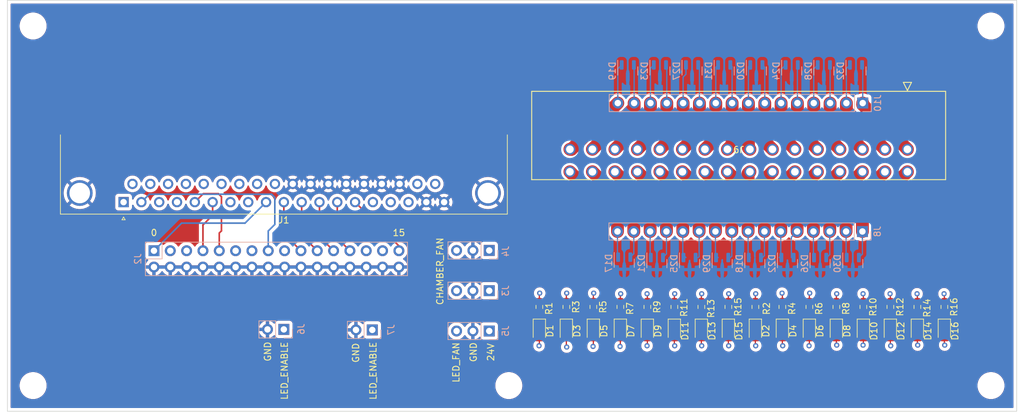
<source format=kicad_pcb>
(kicad_pcb (version 20211014) (generator pcbnew)
  (layers (0 "F.Cu" signal) (1 "In1.Cu" signal) (2 "In2.Cu" signal) (31 "B.Cu" signal) (34 "B.Paste" user) (35 "F.Paste" user) (36 "B.SilkS" user "B.Silkscreen") (37 "F.SilkS" user "F.Silkscreen") (38 "B.Mask" user) (39 "F.Mask" user) (44 "Edge.Cuts" user))
  (net 0 "")
  (net 1 "Net-(D1-Pad1)")
  (net 2 "/LED15+")
  (net 3 "Net-(D2-Pad1)")
  (net 4 "/LED7+")
  (net 5 "Net-(D3-Pad1)")
  (net 6 "/LED14+")
  (net 7 "Net-(D4-Pad1)")
  (net 8 "/LED6+")
  (net 9 "Net-(D5-Pad1)")
  (net 10 "/LED13+")
  (net 11 "Net-(D6-Pad1)")
  (net 12 "/LED5+")
  (net 13 "Net-(D7-Pad1)")
  (net 14 "/LED12+")
  (net 15 "Net-(D8-Pad1)")
  (net 16 "/LED4+")
  (net 17 "Net-(D9-Pad1)")
  (net 18 "/LED11+")
  (net 19 "Net-(D10-Pad1)")
  (net 20 "/LED3+")
  (net 21 "Net-(D11-Pad1)")
  (net 22 "/LED10+")
  (net 23 "Net-(D12-Pad1)")
  (net 24 "/LED2+")
  (net 25 "Net-(D13-Pad1)")
  (net 26 "/LED9+")
  (net 27 "Net-(D14-Pad1)")
  (net 28 "/LED1+")
  (net 29 "Net-(D15-Pad1)")
  (net 30 "/LED8+")
  (net 31 "Net-(D16-Pad1)")
  (net 32 "/LED0+")
  (net 33 "GND")
  (net 34 "/TEMP_LED8")
  (net 35 "/TEMP_LED7")
  (net 36 "/TEMP_LED6")
  (net 37 "/TEMP_LED5")
  (net 38 "/TEMP_LED4")
  (net 39 "/TEMP_LED3")
  (net 40 "/TEMP_LED2")
  (net 41 "/TEMP_LED1")
  (net 42 "/TEMP_LED0")
  (net 43 "/TEMP_LED9")
  (net 44 "/TEMP_LED10")
  (net 45 "/TEMP_LED11")
  (net 46 "/TEMP_LED12")
  (net 47 "/TEMP_LED15")
  (net 48 "/TEMP_LED14")
  (net 49 "/TEMP_LED13")
  (net 50 "/LED_ENABLE")
  (net 51 "+24V")
  (net 52 "/LED_FAN")
  (net 53 "/CHAMBER_FAN")
  (net 54 "/LED0-")
  (net 55 "/LED1-")
  (net 56 "/LED2-")
  (net 57 "/LED3-")
  (net 58 "/LED4-")
  (net 59 "/LED5-")
  (net 60 "/LED6-")
  (net 61 "/LED7-")
  (net 62 "/LED8-")
  (net 63 "/LED9-")
  (net 64 "/LED10-")
  (net 65 "/LED11-")
  (net 66 "/LED12-")
  (net 67 "/LED13-")
  (net 68 "/LED14-")
  (net 69 "/LED15-")
  (footprint "Resistor_SMD:R_0603_1608Metric_Pad0.98x0.95mm_HandSolder" (layer "F.Cu") (at 244.75 62.75 90)
    (fp_text reference "R16")
    (fp_text value "1k")
  )
  (footprint "LED_SMD:LED_0805_2012Metric_Pad1.15x1.40mm_HandSolder" (layer "F.Cu") (at 185.95 66.5 -90)
    (fp_text reference "D3")
    (fp_text value "LED")
  )
  (footprint "Resistor_SMD:R_0603_1608Metric_Pad0.98x0.95mm_HandSolder" (layer "F.Cu") (at 206.95 62.75 90)
    (fp_text reference "R13")
    (fp_text value "1k")
  )
  (footprint "LED_SMD:LED_0805_2012Metric_Pad1.15x1.40mm_HandSolder" (layer "F.Cu") (at 181.75 66.5 -90)
    (fp_text reference "D1")
    (fp_text value "LED")
  )
  (footprint "MountingHole:MountingHole_3.2mm_M3" (layer "F.Cu") (at 103 75)
    (fp_text reference "H4" hide)
    (fp_text value "MountingHole")
  )
  (footprint "custom_lib:CONN_713-1436&slash_037-000_WAG" (layer "F.Cu") (at 239 38.2 180)
    (fp_text reference "J9")
    (fp_text value "LEDs")
  )
  (footprint "Resistor_SMD:R_0603_1608Metric_Pad0.98x0.95mm_HandSolder" (layer "F.Cu") (at 219.55 62.75 90)
    (fp_text reference "R4")
    (fp_text value "1k")
  )
  (footprint "LED_SMD:LED_0805_2012Metric_Pad1.15x1.40mm_HandSolder" (layer "F.Cu") (at 194.35 66.5 -90)
    (fp_text reference "D7")
    (fp_text value "LED")
  )
  (footprint "LED_SMD:LED_0805_2012Metric_Pad1.15x1.40mm_HandSolder" (layer "F.Cu") (at 219.55 66.5 -90)
    (fp_text reference "D4")
    (fp_text value "LED")
  )
  (footprint "Resistor_SMD:R_0603_1608Metric_Pad0.98x0.95mm_HandSolder" (layer "F.Cu") (at 198.55 62.75 90)
    (fp_text reference "R9")
    (fp_text value "1k")
  )
  (footprint "LED_SMD:LED_0805_2012Metric_Pad1.15x1.40mm_HandSolder" (layer "F.Cu") (at 240.55 66.5 -90)
    (fp_text reference "D14")
    (fp_text value "LED")
  )
  (footprint "Resistor_SMD:R_0603_1608Metric_Pad0.98x0.95mm_HandSolder" (layer "F.Cu") (at 240.55 62.75 90)
    (fp_text reference "R14")
    (fp_text value "1k")
  )
  (footprint "LED_SMD:LED_0805_2012Metric_Pad1.15x1.40mm_HandSolder" (layer "F.Cu") (at 215.35 66.5 -90)
    (fp_text reference "D2")
    (fp_text value "LED")
  )
  (footprint "MountingHole:MountingHole_3.2mm_M3" (layer "F.Cu") (at 252 75)
    (fp_text reference "H5" hide)
    (fp_text value "MountingHole")
  )
  (footprint "LED_SMD:LED_0805_2012Metric_Pad1.15x1.40mm_HandSolder" (layer "F.Cu") (at 190.15 66.5 -90)
    (fp_text reference "D5")
    (fp_text value "LED")
  )
  (footprint "Resistor_SMD:R_0603_1608Metric_Pad0.98x0.95mm_HandSolder" (layer "F.Cu") (at 223.75 62.75 90)
    (fp_text reference "R6")
    (fp_text value "1k")
  )
  (footprint "Resistor_SMD:R_0603_1608Metric_Pad0.98x0.95mm_HandSolder" (layer "F.Cu") (at 181.75 62.75 90)
    (fp_text reference "R1")
    (fp_text value "1k")
  )
  (footprint "LED_SMD:LED_0805_2012Metric_Pad1.15x1.40mm_HandSolder" (layer "F.Cu") (at 202.75 66.5 -90)
    (fp_text reference "D11")
    (fp_text value "LED")
  )
  (footprint "LED_SMD:LED_0805_2012Metric_Pad1.15x1.40mm_HandSolder" (layer "F.Cu") (at 198.55 66.5 -90)
    (fp_text reference "D9")
    (fp_text value "LED")
  )
  (footprint "Resistor_SMD:R_0603_1608Metric_Pad0.98x0.95mm_HandSolder" (layer "F.Cu") (at 232.15 62.75 90)
    (fp_text reference "R10")
    (fp_text value "1k")
  )
  (footprint "Connector_Dsub:DSUB-37_Female_Horizontal_P2.77x2.84mm_EdgePinOffset7.70mm_Housed_MountingHolesOffset9.12mm" (layer "F.Cu") (at 117.075 46.430331 180)
    (fp_text reference "J1")
    (fp_text value "Chamber_Control")
  )
  (footprint "MountingHole:MountingHole_3.2mm_M3" (layer "F.Cu") (at 252 19)
    (fp_text reference "H1" hide)
    (fp_text value "MountingHole")
  )
  (footprint "LED_SMD:LED_0805_2012Metric_Pad1.15x1.40mm_HandSolder" (layer "F.Cu") (at 227.95 66.5 -90)
    (fp_text reference "D8")
    (fp_text value "LED")
  )
  (footprint "MountingHole:MountingHole_3.2mm_M3" (layer "F.Cu") (at 103 19)
    (fp_text reference "H3" hide)
    (fp_text value "MountingHole")
  )
  (footprint "LED_SMD:LED_0805_2012Metric_Pad1.15x1.40mm_HandSolder" (layer "F.Cu") (at 232.15 66.5 -90)
    (fp_text reference "D10")
    (fp_text value "LED")
  )
  (footprint "Resistor_SMD:R_0603_1608Metric_Pad0.98x0.95mm_HandSolder" (layer "F.Cu") (at 194.35 62.75 90)
    (fp_text reference "R7")
    (fp_text value "1k")
  )
  (footprint "Resistor_SMD:R_0603_1608Metric_Pad0.98x0.95mm_HandSolder" (layer "F.Cu") (at 190.15 62.75 90)
    (fp_text reference "R5")
    (fp_text value "1k")
  )
  (footprint "Resistor_SMD:R_0603_1608Metric_Pad0.98x0.95mm_HandSolder" (layer "F.Cu") (at 236.35 62.75 90)
    (fp_text reference "R12")
    (fp_text value "1k")
  )
  (footprint "MountingHole:MountingHole_3.2mm_M3" (layer "F.Cu") (at 177 75)
    (fp_text reference "H2" hide)
    (fp_text value "MountingHole")
  )
  (footprint "Resistor_SMD:R_0603_1608Metric_Pad0.98x0.95mm_HandSolder" (layer "F.Cu") (at 202.75 62.75 90)
    (fp_text reference "R11")
    (fp_text value "1k")
  )
  (footprint "Resistor_SMD:R_0603_1608Metric_Pad0.98x0.95mm_HandSolder" (layer "F.Cu") (at 211.15 62.75 90)
    (fp_text reference "R15")
    (fp_text value "1k")
  )
  (footprint "LED_SMD:LED_0805_2012Metric_Pad1.15x1.40mm_HandSolder" (layer "F.Cu") (at 211.15 66.5 -90)
    (fp_text reference "D15")
    (fp_text value "LED")
  )
  (footprint "LED_SMD:LED_0805_2012Metric_Pad1.15x1.40mm_HandSolder" (layer "F.Cu") (at 244.75 66.5 -90)
    (fp_text reference "D16")
    (fp_text value "LED")
  )
  (footprint "Resistor_SMD:R_0603_1608Metric_Pad0.98x0.95mm_HandSolder" (layer "F.Cu") (at 215.35 62.75 90)
    (fp_text reference "R2")
    (fp_text value "1k")
  )
  (footprint "Resistor_SMD:R_0603_1608Metric_Pad0.98x0.95mm_HandSolder" (layer "F.Cu") (at 227.95 62.75 90)
    (fp_text reference "R8")
    (fp_text value "1k")
  )
  (footprint "Resistor_SMD:R_0603_1608Metric_Pad0.98x0.95mm_HandSolder" (layer "F.Cu") (at 185.95 62.75 90)
    (fp_text reference "R3")
    (fp_text value "1k")
  )
  (footprint "LED_SMD:LED_0805_2012Metric_Pad1.15x1.40mm_HandSolder" (layer "F.Cu") (at 206.95 66.5 -90)
    (fp_text reference "D13")
    (fp_text value "LED")
  )
  (footprint "LED_SMD:LED_0805_2012Metric_Pad1.15x1.40mm_HandSolder" (layer "F.Cu") (at 236.35 66.5 -90)
    (fp_text reference "D12")
    (fp_text value "LED")
  )
  (footprint "LED_SMD:LED_0805_2012Metric_Pad1.15x1.40mm_HandSolder" (layer "F.Cu") (at 223.75 66.5 -90)
    (fp_text reference "D6")
    (fp_text value "LED")
  )
  (footprint "Package_TO_SOT_SMD:SOT-23" (layer "B.Cu") (at 210.5 26 -90)
    (fp_text reference "D31")
    (fp_text value "VESD16A2")
  )
  (footprint "Package_TO_SOT_SMD:SOT-23" (layer "B.Cu") (at 195.5 26 -90)
    (fp_text reference "D19")
    (fp_text value "VESD16A2")
  )
  (footprint "Connector_PinHeader_2.54mm:PinHeader_1x03_P2.54mm_Vertical" (layer "B.Cu") (at 173.9525 66.5 90)
    (fp_text reference "J5")
    (fp_text value "LED_FAN")
  )
  (footprint "Package_TO_SOT_SMD:SOT-23" (layer "B.Cu") (at 230.5 56 -90)
    (fp_text reference "D30")
    (fp_text value "VESD16A2")
  )
  (footprint "Package_TO_SOT_SMD:SOT-23" (layer "B.Cu") (at 210.185713 56 -90)
    (fp_text reference "D29")
    (fp_text value "VESD16A2")
  )
  (footprint "Connector_PinHeader_2.54mm:PinHeader_1x02_P2.54mm_Vertical" (layer "B.Cu") (at 142 66.25 90)
    (fp_text reference "J6")
    (fp_text value "LED_ENABLE")
  )
  (footprint "Connector_PinHeader_2.54mm:PinHeader_1x03_P2.54mm_Vertical" (layer "B.Cu") (at 173.9525 53.9525 90)
    (fp_text reference "J4")
    (fp_text value "CHAMBER_FAN_1")
  )
  (footprint "Package_TO_SOT_SMD:SOT-23" (layer "B.Cu") (at 226 26 -90)
    (fp_text reference "D28")
    (fp_text value "VESD16A2")
  )
  (footprint "Package_TO_SOT_SMD:SOT-23" (layer "B.Cu") (at 220.342855 56 -90)
    (fp_text reference "D22")
    (fp_text value "VESD16A2")
  )
  (footprint "Package_TO_SOT_SMD:SOT-23" (layer "B.Cu") (at 231 26 -90)
    (fp_text reference "D32")
    (fp_text value "VESD16A2")
  )
  (footprint "Package_TO_SOT_SMD:SOT-23" (layer "B.Cu") (at 200.028571 56 -90)
    (fp_text reference "D21")
    (fp_text value "VESD16A2")
  )
  (footprint "Package_TO_SOT_SMD:SOT-23" (layer "B.Cu") (at 215.5 26 -90)
    (fp_text reference "D20")
    (fp_text value "VESD16A2")
  )
  (footprint "Package_TO_SOT_SMD:SOT-23" (layer "B.Cu") (at 200.5 26 -90)
    (fp_text reference "D23")
    (fp_text value "VESD16A2")
  )
  (footprint "Connector_PinHeader_2.54mm:PinHeader_1x16_P2.54mm_Vertical" (layer "B.Cu") (at 232.05 31 90)
    (fp_text reference "J10")
    (fp_text value "LEDs_1")
  )
  (footprint "Package_TO_SOT_SMD:SOT-23" (layer "B.Cu") (at 205.107142 56 -90)
    (fp_text reference "D25")
    (fp_text value "VESD16A2")
  )
  (footprint "Package_TO_SOT_SMD:SOT-23" (layer "B.Cu") (at 225.421426 56 -90)
    (fp_text reference "D26")
    (fp_text value "VESD16A2")
  )
  (footprint "Package_TO_SOT_SMD:SOT-23" (layer "B.Cu") (at 215.264284 56 -90)
    (fp_text reference "D18")
    (fp_text value "VESD16A2")
  )
  (footprint "Connector_PinHeader_2.54mm:PinHeader_1x02_P2.54mm_Vertical" (layer "B.Cu") (at 155.76 66.33 90)
    (fp_text reference "J7")
    (fp_text value "LED_ENABLE")
  )
  (footprint "Connector_PinHeader_2.54mm:PinHeader_1x03_P2.54mm_Vertical" (layer "B.Cu") (at 173.9525 60.22625 90)
    (fp_text reference "J3")
    (fp_text value "CHAMBER_FAN_0")
  )
  (footprint "Connector_PinHeader_2.54mm:PinHeader_2x16_P2.54mm_Vertical" (layer "B.Cu") (at 121.8 54 -90)
    (fp_text reference "J2")
    (fp_text value "TEMP_LEDS")
  )
  (footprint "Package_TO_SOT_SMD:SOT-23" (layer "B.Cu") (at 194.95 55.9375 -90)
    (fp_text reference "D17")
    (fp_text value "VESD16A2")
  )
  (footprint "Connector_PinHeader_2.54mm:PinHeader_1x16_P2.54mm_Vertical" (layer "B.Cu") (at 232 51 90)
    (fp_text reference "J8")
    (fp_text value "LEDs_0")
  )
  (footprint "Package_TO_SOT_SMD:SOT-23" (layer "B.Cu") (at 205.5 26 -90)
    (fp_text reference "D27")
    (fp_text value "VESD16A2")
  )
  (footprint "Package_TO_SOT_SMD:SOT-23" (layer "B.Cu") (at 221 26 -90)
    (fp_text reference "D24")
    (fp_text value "VESD16A2")
  )
  (gr_rect (start 99 15) (end 256 79) (layer "Edge.Cuts") (width 0.1) (fill none))
  (gr_text "24V" (at 174.2 69.8 90) (layer "F.SilkS") (effects (font (size 1 1))))
  (gr_text "LED_FAN" (at 168.8 71.4 90) (layer "F.SilkS") (effects (font (size 1 1))))
  (gr_text "GND" (at 139.5 69.7 90) (layer "F.SilkS") (effects (font (size 1 1))))
  (gr_text "CHAMBER_FAN" (at 166.3 57.2 90) (layer "F.SilkS") (effects (font (size 1 1))))
  (gr_text "GND" (at 171.5 69.8 90) (layer "F.SilkS") (effects (font (size 1 1))))
  (gr_text "GND" (at 153.2 69.9 90) (layer "F.SilkS") (effects (font (size 1 1))))
  (gr_text "LED_ENABLE" (at 155.9 72.7 90) (layer "F.SilkS") (effects (font (size 1 1))))
  (gr_text "LED_ENABLE" (at 142.1 72.7 90) (layer "F.SilkS") (effects (font (size 1 1))))
  (gr_text "0" (at 121.8 51.2) (layer "F.SilkS") (effects (font (size 1 1))))
  (gr_text "15" (at 159.9 51.2) (layer "F.SilkS") (effects (font (size 1 1))))
  (segment (start 181.75 63.6625) (end 181.75 65.475) (width 0.25) (layer "F.Cu") (net 1))
  (segment (start 181.75 67.525) (end 181.75 68.75) (width 0.2) (layer "F.Cu") (net 2))
  (segment (start 193.9 51) (end 193.9 49.100011) (width 2) (layer "F.Cu") (net 2))
  (segment (start 181.75 68.75) (end 181.7 68.8) (width 0.2) (layer "F.Cu") (net 2))
  (segment (start 193.9 49.100011) (end 186.49999 41.700001) (width 2) (layer "F.Cu") (net 2))
  (via (at 181.7 68.8) (size 0.8) (drill 0.4) (layers "F.Cu" "B.Cu") (net 2))
  (segment (start 193.9 54.9) (end 193.9 51) (width 0.2) (layer "B.Cu") (net 2))
  (segment (start 194 55) (end 193.9 54.9) (width 0.2) (layer "B.Cu") (net 2))
  (segment (start 215.35 63.6625) (end 215.35 65.475) (width 0.25) (layer "F.Cu") (net 3))
  (segment (start 215.35 68.75) (end 215.4 68.8) (width 0.2) (layer "F.Cu") (net 4))
  (segment (start 215.35 67.525) (end 215.35 68.75) (width 0.2) (layer "F.Cu") (net 4))
  (segment (start 186.75 38.2) (end 193.95 31) (width 2) (layer "F.Cu") (net 4))
  (segment (start 186.49999 38.2) (end 186.75 38.2) (width 2) (layer "F.Cu") (net 4))
  (via (at 215.4 68.8) (size 0.8) (drill 0.4) (layers "F.Cu" "B.Cu") (net 4))
  (segment (start 193.95 31) (end 193.95 25.6625) (width 0.2) (layer "B.Cu") (net 4))
  (segment (start 193.95 25.6625) (end 194.55 25.0625) (width 0.2) (layer "B.Cu") (net 4))
  (segment (start 185.95 63.6625) (end 185.95 65.475) (width 0.25) (layer "F.Cu") (net 5))
  (segment (start 198.98 47.18001) (end 193.499991 41.700001) (width 2) (layer "F.Cu") (net 6))
  (segment (start 198.98 51) (end 198.98 47.18001) (width 2) (layer "F.Cu") (net 6))
  (segment (start 185.95 68.95) (end 186 69) (width 0.2) (layer "F.Cu") (net 6))
  (segment (start 185.95 67.525) (end 185.95 68.95) (width 0.2) (layer "F.Cu") (net 6))
  (via (at 186 69) (size 0.8) (drill 0.4) (layers "F.Cu" "B.Cu") (net 6))
  (segment (start 198.98 54.9925) (end 198.98 51) (width 0.2) (layer "B.Cu") (net 6))
  (segment (start 199.05 55.0625) (end 198.98 54.9925) (width 0.2) (layer "B.Cu") (net 6))
  (segment (start 219.55 63.6625) (end 219.55 65.475) (width 0.25) (layer "F.Cu") (net 7))
  (segment (start 219.55 68.75) (end 219.6 68.8) (width 0.2) (layer "F.Cu") (net 8))
  (segment (start 199.03 32.669991) (end 193.499991 38.2) (width 2) (layer "F.Cu") (net 8))
  (segment (start 199.03 31) (end 199.03 32.669991) (width 2) (layer "F.Cu") (net 8))
  (segment (start 219.55 67.525) (end 219.55 68.75) (width 0.2) (layer "F.Cu") (net 8))
  (via (at 219.6 68.8) (size 0.8) (drill 0.4) (layers "F.Cu" "B.Cu") (net 8))
  (segment (start 199.03 31) (end 199.03 25.5825) (width 0.2) (layer "B.Cu") (net 8))
  (segment (start 199.03 25.5825) (end 199.55 25.0625) (width 0.2) (layer "B.Cu") (net 8))
  (segment (start 190.15 63.6625) (end 190.15 65.475) (width 0.25) (layer "F.Cu") (net 9))
  (segment (start 204.06 45.260008) (end 200.499993 41.700001) (width 2) (layer "F.Cu") (net 10))
  (segment (start 190.15 67.525) (end 190.15 68.85) (width 0.2) (layer "F.Cu") (net 10))
  (segment (start 190.15 68.85) (end 190.1 68.9) (width 0.2) (layer "F.Cu") (net 10))
  (segment (start 204.06 51) (end 204.06 45.260008) (width 2) (layer "F.Cu") (net 10))
  (via (at 190.1 68.9) (size 0.8) (drill 0.4) (layers "F.Cu" "B.Cu") (net 10))
  (segment (start 204.06 54.5725) (end 204.06 51) (width 0.2) (layer "B.Cu") (net 10))
  (segment (start 204.55 55.0625) (end 204.06 54.5725) (width 0.2) (layer "B.Cu") (net 10))
  (segment (start 223.75 63.6625) (end 223.75 65.475) (width 0.25) (layer "F.Cu") (net 11))
  (segment (start 204.11 34.589993) (end 200.499993 38.2) (width 2) (layer "F.Cu") (net 12))
  (segment (start 204.11 31) (end 204.11 34.589993) (width 2) (layer "F.Cu") (net 12))
  (segment (start 223.75 67.525) (end 223.75 68.75) (width 0.2) (layer "F.Cu") (net 12))
  (segment (start 223.75 68.75) (end 223.7 68.8) (width 0.2) (layer "F.Cu") (net 12))
  (via (at 223.7 68.8) (size 0.8) (drill 0.4) (layers "F.Cu" "B.Cu") (net 12))
  (segment (start 204.11 26.953604) (end 204.55 26.513604) (width 0.2) (layer "B.Cu") (net 12))
  (segment (start 204.55 26.513604) (end 204.55 25.0625) (width 0.2) (layer "B.Cu") (net 12))
  (segment (start 204.11 31) (end 204.11 26.953604) (width 0.2) (layer "B.Cu") (net 12))
  (segment (start 194.35 63.6625) (end 194.35 65.475) (width 0.25) (layer "F.Cu") (net 13))
  (segment (start 209.14 43.340007) (end 207.499994 41.700001) (width 2) (layer "F.Cu") (net 14))
  (segment (start 194.35 68.85) (end 194.3 68.9) (width 0.2) (layer "F.Cu") (net 14))
  (segment (start 209.14 51) (end 209.14 43.340007) (width 2) (layer "F.Cu") (net 14))
  (segment (start 194.35 67.525) (end 194.35 68.85) (width 0.2) (layer "F.Cu") (net 14))
  (via (at 194.3 68.9) (size 0.8) (drill 0.4) (layers "F.Cu" "B.Cu") (net 14))
  (segment (start 209.14 54.6525) (end 209.14 51) (width 0.2) (layer "B.Cu") (net 14))
  (segment (start 209.55 55.0625) (end 209.14 54.6525) (width 0.2) (layer "B.Cu") (net 14))
  (segment (start 227.95 63.6625) (end 227.95 65.475) (width 0.25) (layer "F.Cu") (net 15))
  (segment (start 209.19 31) (end 209.19 36.509994) (width 2) (layer "F.Cu") (net 16))
  (segment (start 209.19 36.509994) (end 207.499994 38.2) (width 2) (layer "F.Cu") (net 16))
  (segment (start 227.95 68.65) (end 228 68.7) (width 0.2) (layer "F.Cu") (net 16))
  (segment (start 227.95 67.525) (end 227.95 68.65) (width 0.2) (layer "F.Cu") (net 16))
  (via (at 228 68.7) (size 0.8) (drill 0.4) (layers "F.Cu" "B.Cu") (net 16))
  (segment (start 209.55 25.0625) (end 209.19 25.4225) (width 0.2) (layer "B.Cu") (net 16))
  (segment (start 209.19 25.4225) (end 209.19 31) (width 0.2) (layer "B.Cu") (net 16))
  (segment (start 198.55 63.6625) (end 198.55 65.475) (width 0.25) (layer "F.Cu") (net 17))
  (segment (start 198.55 67.525) (end 198.55 68.75) (width 0.2) (layer "F.Cu") (net 18))
  (segment (start 214.22 51) (end 214.22 41.979996) (width 2) (layer "F.Cu") (net 18))
  (segment (start 214.22 41.979996) (end 214.499995 41.700001) (width 2) (layer "F.Cu") (net 18))
  (segment (start 198.55 68.75) (end 198.5 68.8) (width 0.2) (layer "F.Cu") (net 18))
  (via (at 198.5 68.8) (size 0.8) (drill 0.4) (layers "F.Cu" "B.Cu") (net 18))
  (segment (start 214.55 55.0625) (end 214.22 54.7325) (width 0.2) (layer "B.Cu") (net 18))
  (segment (start 214.22 54.7325) (end 214.22 51) (width 0.2) (layer "B.Cu") (net 18))
  (segment (start 232.15 63.6625) (end 232.15 65.475) (width 0.25) (layer "F.Cu") (net 19))
  (segment (start 232.15 67.525) (end 232.15 68.65) (width 0.2) (layer "F.Cu") (net 20))
  (segment (start 214.27 37.970005) (end 214.499995 38.2) (width 2) (layer "F.Cu") (net 20))
  (segment (start 214.27 31) (end 214.27 37.970005) (width 2) (layer "F.Cu") (net 20))
  (segment (start 232.15 68.65) (end 232.1 68.7) (width 0.2) (layer "F.Cu") (net 20))
  (via (at 232.1 68.7) (size 0.8) (drill 0.4) (layers "F.Cu" "B.Cu") (net 20))
  (segment (start 214.27 25.3425) (end 214.27 31) (width 0.2) (layer "B.Cu") (net 20))
  (segment (start 214.55 25.0625) (end 214.27 25.3425) (width 0.2) (layer "B.Cu") (net 20))
  (segment (start 202.75 63.6625) (end 202.75 65.475) (width 0.25) (layer "F.Cu") (net 21))
  (segment (start 219.3 51) (end 219.3 43.899997) (width 2) (layer "F.Cu") (net 22))
  (segment (start 219.3 43.899997) (end 221.499996 41.700001) (width 2) (layer "F.Cu") (net 22))
  (segment (start 202.75 68.75) (end 202.8 68.8) (width 0.2) (layer "F.Cu") (net 22))
  (segment (start 202.75 67.525) (end 202.75 68.75) (width 0.2) (layer "F.Cu") (net 22))
  (via (at 202.8 68.8) (size 0.8) (drill 0.4) (layers "F.Cu" "B.Cu") (net 22))
  (segment (start 219.3 54.8125) (end 219.3 51) (width 0.2) (layer "B.Cu") (net 22))
  (segment (start 219.05 55.0625) (end 219.3 54.8125) (width 0.2) (layer "B.Cu") (net 22))
  (segment (start 236.35 63.6625) (end 236.35 65.475) (width 0.25) (layer "F.Cu") (net 23))
  (segment (start 219.35 36.050004) (end 221.499996 38.2) (width 2) (layer "F.Cu") (net 24))
  (segment (start 219.35 31) (end 219.35 36.050004) (width 2) (layer "F.Cu") (net 24))
  (segment (start 236.35 68.75) (end 236.4 68.8) (width 0.2) (layer "F.Cu") (net 24))
  (segment (start 236.35 67.525) (end 236.35 68.75) (width 0.2) (layer "F.Cu") (net 24))
  (via (at 236.4 68.8) (size 0.8) (drill 0.4) (layers "F.Cu" "B.Cu") (net 24))
  (segment (start 219.35 25.7625) (end 219.35 31) (width 0.2) (layer "B.Cu") (net 24))
  (segment (start 220.05 25.0625) (end 219.35 25.7625) (width 0.2) (layer "B.Cu") (net 24))
  (segment (start 206.95 63.6625) (end 206.95 65.475) (width 0.25) (layer "F.Cu") (net 25))
  (segment (start 206.95 67.525) (end 206.95 68.75) (width 0.2) (layer "F.Cu") (net 26))
  (segment (start 206.95 68.75) (end 207 68.8) (width 0.2) (layer "F.Cu") (net 26))
  (segment (start 224.38 51) (end 224.38 45.819999) (width 2) (layer "F.Cu") (net 26))
  (segment (start 224.38 45.819999) (end 228.499998 41.700001) (width 2) (layer "F.Cu") (net 26))
  (via (at 207 68.8) (size 0.8) (drill 0.4) (layers "F.Cu" "B.Cu") (net 26))
  (segment (start 224.38 54.8925) (end 224.38 51) (width 0.2) (layer "B.Cu") (net 26))
  (segment (start 224.55 55.0625) (end 224.38 54.8925) (width 0.2) (layer "B.Cu") (net 26))
  (segment (start 240.55 63.6625) (end 240.55 65.475) (width 0.25) (layer "F.Cu") (net 27))
  (segment (start 224.43 31) (end 224.43 34.130002) (width 2) (layer "F.Cu") (net 28))
  (segment (start 240.55 68.65) (end 240.6 68.7) (width 0.2) (layer "F.Cu") (net 28))
  (segment (start 224.43 34.130002) (end 228.499998 38.2) (width 2) (layer "F.Cu") (net 28))
  (segment (start 240.55 67.525) (end 240.55 68.65) (width 0.2) (layer "F.Cu") (net 28))
  (via (at 240.6 68.7) (size 0.8) (drill 0.4) (layers "F.Cu" "B.Cu") (net 28))
  (segment (start 225.05 25.0625) (end 224.43 25.6825) (width 0.2) (layer "B.Cu") (net 28))
  (segment (start 224.43 25.6825) (end 224.43 31) (width 0.2) (layer "B.Cu") (net 28))
  (segment (start 211.15 63.6625) (end 211.15 65.475) (width 0.25) (layer "F.Cu") (net 29))
  (segment (start 211.15 68.75) (end 211.2 68.8) (width 0.2) (layer "F.Cu") (net 30))
  (segment (start 229.46 51) (end 229.46 47.74) (width 2) (layer "F.Cu") (net 30))
  (segment (start 211.15 67.525) (end 211.15 68.75) (width 0.2) (layer "F.Cu") (net 30))
  (segment (start 229.46 47.74) (end 235.499999 41.700001) (width 2) (layer "F.Cu") (net 30))
  (via (at 211.2 68.8) (size 0.8) (drill 0.4) (layers "F.Cu" "B.Cu") (net 30))
  (segment (start 229.46 54.9725) (end 229.46 51) (width 0.2) (layer "B.Cu") (net 30))
  (segment (start 229.55 55.0625) (end 229.46 54.9725) (width 0.2) (layer "B.Cu") (net 30))
  (segment (start 244.75 63.6625) (end 244.75 65.475) (width 0.25) (layer "F.Cu") (net 31))
  (segment (start 244.75 68.65) (end 244.8 68.7) (width 0.2) (layer "F.Cu") (net 32))
  (segment (start 229.51 32.210001) (end 235.499999 38.2) (width 2) (layer "F.Cu") (net 32))
  (segment (start 229.51 31) (end 229.51 32.210001) (width 2) (layer "F.Cu") (net 32))
  (segment (start 244.75 67.525) (end 244.75 68.65) (width 0.2) (layer "F.Cu") (net 32))
  (via (at 244.8 68.7) (size 0.8) (drill 0.4) (layers "F.Cu" "B.Cu") (net 32))
  (segment (start 230.05 25.0625) (end 229.51 25.6025) (width 0.2) (layer "B.Cu") (net 32))
  (segment (start 229.51 25.6025) (end 229.51 31) (width 0.2) (layer "B.Cu") (net 32))
  (segment (start 139.58 50.92) (end 139.58 54) (width 0.25) (layer "B.Cu") (net 35))
  (segment (start 140.6 45.7) (end 140.6 49.9) (width 0.25) (layer "B.Cu") (net 35))
  (segment (start 121.075331 45.2) (end 140.1 45.2) (width 0.25) (layer "B.Cu") (net 35))
  (segment (start 140.1 45.2) (end 140.6 45.7) (width 0.25) (layer "B.Cu") (net 35))
  (segment (start 119.845 46.430331) (end 121.075331 45.2) (width 0.25) (layer "B.Cu") (net 35))
  (segment (start 140.6 49.9) (end 139.58 50.92) (width 0.25) (layer "B.Cu") (net 35))
  (segment (start 132.3 50.9) (end 131.96 51.24) (width 0.25) (layer "F.Cu") (net 38))
  (segment (start 129.485331 45.1) (end 131.8 45.1) (width 0.25) (layer "F.Cu") (net 38))
  (segment (start 131.8 45.1) (end 132.3 45.6) (width 0.25) (layer "F.Cu") (net 38))
  (segment (start 131.96 51.24) (end 131.96 54) (width 0.25) (layer "F.Cu") (net 38))
  (segment (start 128.155 46.430331) (end 129.485331 45.1) (width 0.25) (layer "F.Cu") (net 38))
  (segment (start 132.3 45.6) (end 132.3 50.9) (width 0.25) (layer "F.Cu") (net 38))
  (segment (start 129.42 49.98) (end 129.42 54) (width 0.25) (layer "F.Cu") (net 39))
  (segment (start 130.925 48.475) (end 129.42 49.98) (width 0.25) (layer "F.Cu") (net 39))
  (segment (start 130.925 46.430331) (end 130.925 48.475) (width 0.25) (layer "F.Cu") (net 39))
  (segment (start 126.1 49.7) (end 135.965331 49.7) (width 0.25) (layer "B.Cu") (net 42))
  (segment (start 121.8 54) (end 126.1 49.7) (width 0.25) (layer "B.Cu") (net 42))
  (segment (start 135.965331 49.7) (end 139.235 46.430331) (width 0.25) (layer "B.Cu") (net 42))
  (segment (start 142.005 46.430331) (end 142.005 51.345) (width 0.25) (layer "F.Cu") (net 43))
  (segment (start 142.005 51.345) (end 144.66 54) (width 0.25) (layer "F.Cu") (net 43))
  (segment (start 144.775 51.575) (end 147.2 54) (width 0.25) (layer "F.Cu") (net 44))
  (segment (start 144.775 46.430331) (end 144.775 51.575) (width 0.25) (layer "F.Cu") (net 44))
  (segment (start 147.545 51.805) (end 149.74 54) (width 0.25) (layer "F.Cu") (net 45))
  (segment (start 147.545 46.430331) (end 147.545 51.805) (width 0.25) (layer "F.Cu") (net 45))
  (segment (start 150.315 46.430331) (end 150.315 52.035) (width 0.25) (layer "F.Cu") (net 46))
  (segment (start 150.315 52.035) (end 152.28 54) (width 0.25) (layer "F.Cu") (net 46))
  (segment (start 159.9 53.245331) (end 159.9 54) (width 0.25) (layer "F.Cu") (net 47))
  (segment (start 153.085 46.430331) (end 159.9 53.245331) (width 0.25) (layer "F.Cu") (net 47))
  (segment (start 244.75 61.8375) (end 244.75 60.75) (width 0.2) (layer "F.Cu") (net 54))
  (segment (start 244.75 60.75) (end 244.7 60.7) (width 0.2) (layer "F.Cu") (net 54))
  (segment (start 232.05 31.250001) (end 238.999999 38.2) (width 2) (layer "F.Cu") (net 54))
  (segment (start 232.05 31) (end 232.05 31.250001) (width 2) (layer "F.Cu") (net 54))
  (via (at 244.7 60.7) (size 0.8) (drill 0.4) (layers "F.Cu" "B.Cu") (net 54))
  (segment (start 232.05 25.1625) (end 232.05 31) (width 0.2) (layer "B.Cu") (net 54))
  (segment (start 231.95 25.0625) (end 232.05 25.1625) (width 0.2) (layer "B.Cu") (net 54))
  (segment (start 240.55 60.75) (end 240.5 60.7) (width 0.2) (layer "F.Cu") (net 55))
  (segment (start 240.55 61.8375) (end 240.55 60.75) (width 0.2) (layer "F.Cu") (net 55))
  (segment (start 226.97 33.170002) (end 231.999998 38.2) (width 2) (layer "F.Cu") (net 55))
  (segment (start 226.97 31) (end 226.97 33.170002) (width 2) (layer "F.Cu") (net 55))
  (via (at 240.5 60.7) (size 0.8) (drill 0.4) (layers "F.Cu" "B.Cu") (net 55))
  (segment (start 226.95 25.0625) (end 226.97 25.0825) (width 0.2) (layer "B.Cu") (net 55))
  (segment (start 226.97 25.0825) (end 226.97 31) (width 0.2) (layer "B.Cu") (net 55))
  (segment (start 221.89 31) (end 221.89 35.090003) (width 2) (layer "F.Cu") (net 56))
  (segment (start 236.35 61.8375) (end 236.35 60.75) (width 0.2) (layer "F.Cu") (net 56))
  (segment (start 221.89 35.090003) (end 224.999997 38.2) (width 2) (layer "F.Cu") (net 56))
  (segment (start 236.35 60.75) (end 236.3 60.7) (width 0.2) (layer "F.Cu") (net 56))
  (via (at 236.3 60.7) (size 0.8) (drill 0.4) (layers "F.Cu" "B.Cu") (net 56))
  (segment (start 221.89 25.1225) (end 221.89 31) (width 0.2) (layer "B.Cu") (net 56))
  (segment (start 221.95 25.0625) (end 221.89 25.1225) (width 0.2) (layer "B.Cu") (net 56))
  (segment (start 232.15 61.8375) (end 232.15 60.75) (width 0.2) (layer "F.Cu") (net 57))
  (segment (start 216.81 31) (end 216.81 37.010004) (width 2) (layer "F.Cu") (net 57))
  (segment (start 232.15 60.75) (end 232.1 60.7) (width 0.2) (layer "F.Cu") (net 57))
  (segment (start 216.81 37.010004) (end 217.999996 38.2) (width 2) (layer "F.Cu") (net 57))
  (via (at 232.1 60.7) (size 0.8) (drill 0.4) (layers "F.Cu" "B.Cu") (net 57))
  (segment (start 216.45 25.0625) (end 216.81 25.4225) (width 0.2) (layer "B.Cu") (net 57))
  (segment (start 216.81 25.4225) (end 216.81 31) (width 0.2) (layer "B.Cu") (net 57))
  (segment (start 227.95 60.75) (end 228 60.7) (width 0.2) (layer "F.Cu") (net 58))
  (segment (start 211.73 37.469994) (end 210.999994 38.2) (width 2) (layer "F.Cu") (net 58))
  (segment (start 227.95 61.8375) (end 227.95 60.75) (width 0.2) (layer "F.Cu") (net 58))
  (segment (start 211.73 31) (end 211.73 37.469994) (width 2) (layer "F.Cu") (net 58))
  (via (at 228 60.7) (size 0.8) (drill 0.4) (layers "F.Cu" "B.Cu") (net 58))
  (segment (start 211.45 25.0625) (end 211.73 25.3425) (width 0.2) (layer "B.Cu") (net 58))
  (segment (start 211.73 25.3425) (end 211.73 31) (width 0.2) (layer "B.Cu") (net 58))
  (segment (start 223.75 60.65) (end 223.8 60.6) (width 0.2) (layer "F.Cu") (net 59))
  (segment (start 206.65 31) (end 206.65 35.549993) (width 2) (layer "F.Cu") (net 59))
  (segment (start 206.65 35.549993) (end 203.999993 38.2) (width 2) (layer "F.Cu") (net 59))
  (segment (start 223.75 61.8375) (end 223.75 60.65) (width 0.2) (layer "F.Cu") (net 59))
  (via (at 223.8 60.6) (size 0.8) (drill 0.4) (layers "F.Cu" "B.Cu") (net 59))
  (segment (start 206.45 25.0625) (end 206.65 25.2625) (width 0.2) (layer "B.Cu") (net 59))
  (segment (start 206.65 25.2625) (end 206.65 31) (width 0.2) (layer "B.Cu") (net 59))
  (segment (start 219.55 60.65) (end 219.5 60.6) (width 0.2) (layer "F.Cu") (net 60))
  (segment (start 201.57 33.629992) (end 196.999992 38.2) (width 2) (layer "F.Cu") (net 60))
  (segment (start 201.57 31) (end 201.57 33.629992) (width 2) (layer "F.Cu") (net 60))
  (segment (start 219.55 61.8375) (end 219.55 60.65) (width 0.2) (layer "F.Cu") (net 60))
  (via (at 219.5 60.6) (size 0.8) (drill 0.4) (layers "F.Cu" "B.Cu") (net 60))
  (segment (start 201.57 25.1825) (end 201.57 31) (width 0.2) (layer "B.Cu") (net 60))
  (segment (start 201.45 25.0625) (end 201.57 25.1825) (width 0.2) (layer "B.Cu") (net 60))
  (segment (start 196.49 31) (end 196.49 31.709991) (width 2) (layer "F.Cu") (net 61))
  (segment (start 215.35 60.75) (end 215.4 60.7) (width 0.2) (layer "F.Cu") (net 61))
  (segment (start 215.35 61.8375) (end 215.35 60.75) (width 0.2) (layer "F.Cu") (net 61))
  (segment (start 196.49 31.709991) (end 189.999991 38.2) (width 2) (layer "F.Cu") (net 61))
  (via (at 215.4 60.7) (size 0.8) (drill 0.4) (layers "F.Cu" "B.Cu") (net 61))
  (segment (start 196.45 25.0625) (end 196.49 25.1025) (width 0.2) (layer "B.Cu") (net 61))
  (segment (start 196.49 25.1025) (end 196.49 31) (width 0.2) (layer "B.Cu") (net 61))
  (segment (start 232 51) (end 232 48.7) (width 2) (layer "F.Cu") (net 62))
  (segment (start 211.15 60.75) (end 211.2 60.7) (width 0.2) (layer "F.Cu") (net 62))
  (segment (start 232 48.7) (end 238.999999 41.700001) (width 2) (layer "F.Cu") (net 62))
  (segment (start 211.15 61.8375) (end 211.15 60.75) (width 0.2) (layer "F.Cu") (net 62))
  (via (at 211.2 60.7) (size 0.8) (drill 0.4) (layers "F.Cu" "B.Cu") (net 62))
  (segment (start 231.45 55.0625) (end 232 54.5125) (width 0.2) (layer "B.Cu") (net 62))
  (segment (start 232 54.5125) (end 232 51) (width 0.2) (layer "B.Cu") (net 62))
  (segment (start 226.92 46.779999) (end 231.999998 41.700001) (width 2) (layer "F.Cu") (net 63))
  (segment (start 226.92 51) (end 226.92 46.779999) (width 2) (layer "F.Cu") (net 63))
  (segment (start 206.95 61.8375) (end 206.95 60.75) (width 0.2) (layer "F.Cu") (net 63))
  (segment (start 206.95 60.75) (end 207 60.7) (width 0.2) (layer "F.Cu") (net 63))
  (via (at 207 60.7) (size 0.8) (drill 0.4) (layers "F.Cu" "B.Cu") (net 63))
  (segment (start 226.92 54.5925) (end 226.92 51) (width 0.2) (layer "B.Cu") (net 63))
  (segment (start 226.45 55.0625) (end 226.92 54.5925) (width 0.2) (layer "B.Cu") (net 63))
  (segment (start 221.84 44.859998) (end 224.999997 41.700001) (width 2) (layer "F.Cu") (net 64))
  (segment (start 221.84 51) (end 221.84 44.859998) (width 2) (layer "F.Cu") (net 64))
  (segment (start 202.75 61.8375) (end 202.75 60.75) (width 0.2) (layer "F.Cu") (net 64))
  (segment (start 202.75 60.75) (end 202.8 60.7) (width 0.2) (layer "F.Cu") (net 64))
  (via (at 202.8 60.7) (size 0.8) (drill 0.4) (layers "F.Cu" "B.Cu") (net 64))
  (segment (start 220.95 51.89) (end 221.84 51) (width 0.2) (layer "B.Cu") (net 64))
  (segment (start 220.95 55.0625) (end 220.95 51.89) (width 0.2) (layer "B.Cu") (net 64))
  (segment (start 216.76 42.939997) (end 217.999996 41.700001) (width 2) (layer "F.Cu") (net 65))
  (segment (start 198.55 61.8375) (end 198.55 60.75) (width 0.2) (layer "F.Cu") (net 65))
  (segment (start 198.55 60.75) (end 198.5 60.7) (width 0.2) (layer "F.Cu") (net 65))
  (segment (start 216.76 51) (end 216.76 42.939997) (width 2) (layer "F.Cu") (net 65))
  (via (at 198.5 60.7) (size 0.8) (drill 0.4) (layers "F.Cu" "B.Cu") (net 65))
  (segment (start 216.76 54.7525) (end 216.76 51) (width 0.2) (layer "B.Cu") (net 65))
  (segment (start 216.45 55.0625) (end 216.76 54.7525) (width 0.2) (layer "B.Cu") (net 65))
  (segment (start 211.68 51) (end 211.68 42.380007) (width 2) (layer "F.Cu") (net 66))
  (segment (start 211.68 42.380007) (end 210.999994 41.700001) (width 2) (layer "F.Cu") (net 66))
  (segment (start 194.35 60.75) (end 194.4 60.7) (width 0.2) (layer "F.Cu") (net 66))
  (segment (start 194.35 61.8375) (end 194.35 60.75) (width 0.2) (layer "F.Cu") (net 66))
  (via (at 194.4 60.7) (size 0.8) (drill 0.4) (layers "F.Cu" "B.Cu") (net 66))
  (segment (start 211.45 55.0625) (end 211.68 54.8325) (width 0.2) (layer "B.Cu") (net 66))
  (segment (start 211.68 54.8325) (end 211.68 51) (width 0.2) (layer "B.Cu") (net 66))
  (segment (start 190.15 60.65) (end 190.2 60.6) (width 0.2) (layer "F.Cu") (net 67))
  (segment (start 190.15 61.8375) (end 190.15 60.65) (width 0.2) (layer "F.Cu") (net 67))
  (segment (start 206.6 44.300008) (end 203.999993 41.700001) (width 2) (layer "F.Cu") (net 67))
  (segment (start 206.6 51) (end 206.6 44.300008) (width 2) (layer "F.Cu") (net 67))
  (via (at 190.2 60.6) (size 0.8) (drill 0.4) (layers "F.Cu" "B.Cu") (net 67))
  (segment (start 206.6 54.9125) (end 206.6 51) (width 0.2) (layer "B.Cu") (net 67))
  (segment (start 206.45 55.0625) (end 206.6 54.9125) (width 0.2) (layer "B.Cu") (net 67))
  (segment (start 201.52 51) (end 201.52 46.220009) (width 2) (layer "F.Cu") (net 68))
  (segment (start 185.95 61.8375) (end 185.95 60.65) (width 0.2) (layer "F.Cu") (net 68))
  (segment (start 201.52 46.220009) (end 196.999992 41.700001) (width 2) (layer "F.Cu") (net 68))
  (segment (start 185.95 60.65) (end 186 60.6) (width 0.2) (layer "F.Cu") (net 68))
  (via (at 186 60.6) (size 0.8) (drill 0.4) (layers "F.Cu" "B.Cu") (net 68))
  (segment (start 200.95 55.0625) (end 201.52 54.4925) (width 0.2) (layer "B.Cu") (net 68))
  (segment (start 201.52 54.4925) (end 201.52 51) (width 0.2) (layer "B.Cu") (net 68))
  (segment (start 196.44 48.14001) (end 189.999991 41.700001) (width 2) (layer "F.Cu") (net 69))
  (segment (start 181.75 61.8375) (end 181.75 60.65) (width 0.2) (layer "F.Cu") (net 69))
  (segment (start 181.75 60.65) (end 181.8 60.6) (width 0.2) (layer "F.Cu") (net 69))
  (segment (start 196.44 51) (end 196.44 48.14001) (width 2) (layer "F.Cu") (net 69))
  (via (at 181.8 60.6) (size 0.8) (drill 0.4) (layers "F.Cu" "B.Cu") (net 69))
  (segment (start 196.44 54.46) (end 196.44 51) (width 0.2) (layer "B.Cu") (net 69))
  (segment (start 195.9 55) (end 196.44 54.46) (width 0.2) (layer "B.Cu") (net 69))
  (zone (net 33) (net_name "GND") (layers "F.Cu" "In1.Cu" "In2.Cu" "B.Cu") (connect_pads (clearance 0.508)) (min_thickness 0.254) (fill yes (thermal_gap 0.508) (thermal_bridge_width 0.508))
    (polygon (pts (xy 256 79) (xy 99 79) (xy 99 15) (xy 256 15)))
  )
)
</source>
